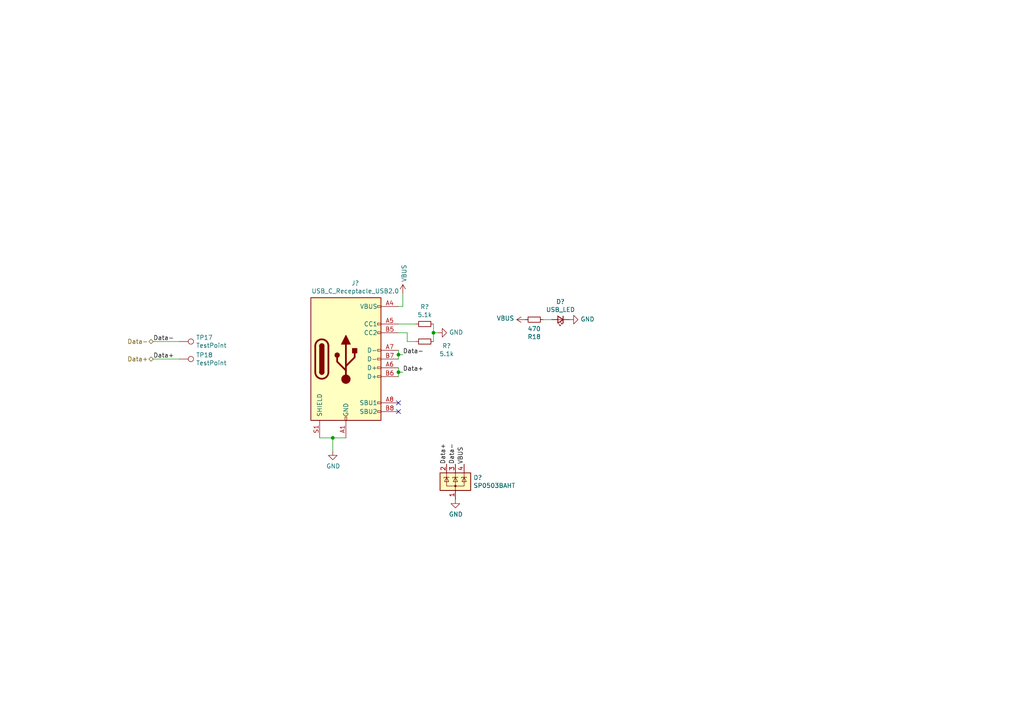
<source format=kicad_sch>
(kicad_sch (version 20211123) (generator eeschema)

  (uuid 922058ca-d09a-45fd-8394-05f3e2c1e03a)

  (paper "A4")

  (lib_symbols
    (symbol "Connector:TestPoint" (pin_numbers hide) (pin_names (offset 0.762) hide) (in_bom yes) (on_board yes)
      (property "Reference" "TP" (id 0) (at 0 6.858 0)
        (effects (font (size 1.27 1.27)))
      )
      (property "Value" "TestPoint" (id 1) (at 0 5.08 0)
        (effects (font (size 1.27 1.27)))
      )
      (property "Footprint" "" (id 2) (at 5.08 0 0)
        (effects (font (size 1.27 1.27)) hide)
      )
      (property "Datasheet" "~" (id 3) (at 5.08 0 0)
        (effects (font (size 1.27 1.27)) hide)
      )
      (property "ki_keywords" "test point tp" (id 4) (at 0 0 0)
        (effects (font (size 1.27 1.27)) hide)
      )
      (property "ki_description" "test point" (id 5) (at 0 0 0)
        (effects (font (size 1.27 1.27)) hide)
      )
      (property "ki_fp_filters" "Pin* Test*" (id 6) (at 0 0 0)
        (effects (font (size 1.27 1.27)) hide)
      )
      (symbol "TestPoint_0_1"
        (circle (center 0 3.302) (radius 0.762)
          (stroke (width 0) (type default) (color 0 0 0 0))
          (fill (type none))
        )
      )
      (symbol "TestPoint_1_1"
        (pin passive line (at 0 0 90) (length 2.54)
          (name "1" (effects (font (size 1.27 1.27))))
          (number "1" (effects (font (size 1.27 1.27))))
        )
      )
    )
    (symbol "Connector:USB_C_Receptacle_USB2.0" (pin_names (offset 1.016)) (in_bom yes) (on_board yes)
      (property "Reference" "J" (id 0) (at -10.16 19.05 0)
        (effects (font (size 1.27 1.27)) (justify left))
      )
      (property "Value" "USB_C_Receptacle_USB2.0" (id 1) (at 19.05 19.05 0)
        (effects (font (size 1.27 1.27)) (justify right))
      )
      (property "Footprint" "" (id 2) (at 3.81 0 0)
        (effects (font (size 1.27 1.27)) hide)
      )
      (property "Datasheet" "https://www.usb.org/sites/default/files/documents/usb_type-c.zip" (id 3) (at 3.81 0 0)
        (effects (font (size 1.27 1.27)) hide)
      )
      (property "ki_keywords" "usb universal serial bus type-C USB2.0" (id 4) (at 0 0 0)
        (effects (font (size 1.27 1.27)) hide)
      )
      (property "ki_description" "USB 2.0-only Type-C Receptacle connector" (id 5) (at 0 0 0)
        (effects (font (size 1.27 1.27)) hide)
      )
      (property "ki_fp_filters" "USB*C*Receptacle*" (id 6) (at 0 0 0)
        (effects (font (size 1.27 1.27)) hide)
      )
      (symbol "USB_C_Receptacle_USB2.0_0_0"
        (rectangle (start -0.254 -17.78) (end 0.254 -16.764)
          (stroke (width 0) (type default) (color 0 0 0 0))
          (fill (type none))
        )
        (rectangle (start 10.16 -14.986) (end 9.144 -15.494)
          (stroke (width 0) (type default) (color 0 0 0 0))
          (fill (type none))
        )
        (rectangle (start 10.16 -12.446) (end 9.144 -12.954)
          (stroke (width 0) (type default) (color 0 0 0 0))
          (fill (type none))
        )
        (rectangle (start 10.16 -4.826) (end 9.144 -5.334)
          (stroke (width 0) (type default) (color 0 0 0 0))
          (fill (type none))
        )
        (rectangle (start 10.16 -2.286) (end 9.144 -2.794)
          (stroke (width 0) (type default) (color 0 0 0 0))
          (fill (type none))
        )
        (rectangle (start 10.16 0.254) (end 9.144 -0.254)
          (stroke (width 0) (type default) (color 0 0 0 0))
          (fill (type none))
        )
        (rectangle (start 10.16 2.794) (end 9.144 2.286)
          (stroke (width 0) (type default) (color 0 0 0 0))
          (fill (type none))
        )
        (rectangle (start 10.16 7.874) (end 9.144 7.366)
          (stroke (width 0) (type default) (color 0 0 0 0))
          (fill (type none))
        )
        (rectangle (start 10.16 10.414) (end 9.144 9.906)
          (stroke (width 0) (type default) (color 0 0 0 0))
          (fill (type none))
        )
        (rectangle (start 10.16 15.494) (end 9.144 14.986)
          (stroke (width 0) (type default) (color 0 0 0 0))
          (fill (type none))
        )
      )
      (symbol "USB_C_Receptacle_USB2.0_0_1"
        (rectangle (start -10.16 17.78) (end 10.16 -17.78)
          (stroke (width 0.254) (type default) (color 0 0 0 0))
          (fill (type background))
        )
        (arc (start -8.89 -3.81) (mid -6.985 -5.715) (end -5.08 -3.81)
          (stroke (width 0.508) (type default) (color 0 0 0 0))
          (fill (type none))
        )
        (arc (start -7.62 -3.81) (mid -6.985 -4.445) (end -6.35 -3.81)
          (stroke (width 0.254) (type default) (color 0 0 0 0))
          (fill (type none))
        )
        (arc (start -7.62 -3.81) (mid -6.985 -4.445) (end -6.35 -3.81)
          (stroke (width 0.254) (type default) (color 0 0 0 0))
          (fill (type outline))
        )
        (rectangle (start -7.62 -3.81) (end -6.35 3.81)
          (stroke (width 0.254) (type default) (color 0 0 0 0))
          (fill (type outline))
        )
        (arc (start -6.35 3.81) (mid -6.985 4.445) (end -7.62 3.81)
          (stroke (width 0.254) (type default) (color 0 0 0 0))
          (fill (type none))
        )
        (arc (start -6.35 3.81) (mid -6.985 4.445) (end -7.62 3.81)
          (stroke (width 0.254) (type default) (color 0 0 0 0))
          (fill (type outline))
        )
        (arc (start -5.08 3.81) (mid -6.985 5.715) (end -8.89 3.81)
          (stroke (width 0.508) (type default) (color 0 0 0 0))
          (fill (type none))
        )
        (circle (center -2.54 1.143) (radius 0.635)
          (stroke (width 0.254) (type default) (color 0 0 0 0))
          (fill (type outline))
        )
        (circle (center 0 -5.842) (radius 1.27)
          (stroke (width 0) (type default) (color 0 0 0 0))
          (fill (type outline))
        )
        (polyline
          (pts
            (xy -8.89 -3.81)
            (xy -8.89 3.81)
          )
          (stroke (width 0.508) (type default) (color 0 0 0 0))
          (fill (type none))
        )
        (polyline
          (pts
            (xy -5.08 3.81)
            (xy -5.08 -3.81)
          )
          (stroke (width 0.508) (type default) (color 0 0 0 0))
          (fill (type none))
        )
        (polyline
          (pts
            (xy 0 -5.842)
            (xy 0 4.318)
          )
          (stroke (width 0.508) (type default) (color 0 0 0 0))
          (fill (type none))
        )
        (polyline
          (pts
            (xy 0 -3.302)
            (xy -2.54 -0.762)
            (xy -2.54 0.508)
          )
          (stroke (width 0.508) (type default) (color 0 0 0 0))
          (fill (type none))
        )
        (polyline
          (pts
            (xy 0 -2.032)
            (xy 2.54 0.508)
            (xy 2.54 1.778)
          )
          (stroke (width 0.508) (type default) (color 0 0 0 0))
          (fill (type none))
        )
        (polyline
          (pts
            (xy -1.27 4.318)
            (xy 0 6.858)
            (xy 1.27 4.318)
            (xy -1.27 4.318)
          )
          (stroke (width 0.254) (type default) (color 0 0 0 0))
          (fill (type outline))
        )
        (rectangle (start 1.905 1.778) (end 3.175 3.048)
          (stroke (width 0.254) (type default) (color 0 0 0 0))
          (fill (type outline))
        )
      )
      (symbol "USB_C_Receptacle_USB2.0_1_1"
        (pin passive line (at 0 -22.86 90) (length 5.08)
          (name "GND" (effects (font (size 1.27 1.27))))
          (number "A1" (effects (font (size 1.27 1.27))))
        )
        (pin passive line (at 0 -22.86 90) (length 5.08) hide
          (name "GND" (effects (font (size 1.27 1.27))))
          (number "A12" (effects (font (size 1.27 1.27))))
        )
        (pin passive line (at 15.24 15.24 180) (length 5.08)
          (name "VBUS" (effects (font (size 1.27 1.27))))
          (number "A4" (effects (font (size 1.27 1.27))))
        )
        (pin bidirectional line (at 15.24 10.16 180) (length 5.08)
          (name "CC1" (effects (font (size 1.27 1.27))))
          (number "A5" (effects (font (size 1.27 1.27))))
        )
        (pin bidirectional line (at 15.24 -2.54 180) (length 5.08)
          (name "D+" (effects (font (size 1.27 1.27))))
          (number "A6" (effects (font (size 1.27 1.27))))
        )
        (pin bidirectional line (at 15.24 2.54 180) (length 5.08)
          (name "D-" (effects (font (size 1.27 1.27))))
          (number "A7" (effects (font (size 1.27 1.27))))
        )
        (pin bidirectional line (at 15.24 -12.7 180) (length 5.08)
          (name "SBU1" (effects (font (size 1.27 1.27))))
          (number "A8" (effects (font (size 1.27 1.27))))
        )
        (pin passive line (at 15.24 15.24 180) (length 5.08) hide
          (name "VBUS" (effects (font (size 1.27 1.27))))
          (number "A9" (effects (font (size 1.27 1.27))))
        )
        (pin passive line (at 0 -22.86 90) (length 5.08) hide
          (name "GND" (effects (font (size 1.27 1.27))))
          (number "B1" (effects (font (size 1.27 1.27))))
        )
        (pin passive line (at 0 -22.86 90) (length 5.08) hide
          (name "GND" (effects (font (size 1.27 1.27))))
          (number "B12" (effects (font (size 1.27 1.27))))
        )
        (pin passive line (at 15.24 15.24 180) (length 5.08) hide
          (name "VBUS" (effects (font (size 1.27 1.27))))
          (number "B4" (effects (font (size 1.27 1.27))))
        )
        (pin bidirectional line (at 15.24 7.62 180) (length 5.08)
          (name "CC2" (effects (font (size 1.27 1.27))))
          (number "B5" (effects (font (size 1.27 1.27))))
        )
        (pin bidirectional line (at 15.24 -5.08 180) (length 5.08)
          (name "D+" (effects (font (size 1.27 1.27))))
          (number "B6" (effects (font (size 1.27 1.27))))
        )
        (pin bidirectional line (at 15.24 0 180) (length 5.08)
          (name "D-" (effects (font (size 1.27 1.27))))
          (number "B7" (effects (font (size 1.27 1.27))))
        )
        (pin bidirectional line (at 15.24 -15.24 180) (length 5.08)
          (name "SBU2" (effects (font (size 1.27 1.27))))
          (number "B8" (effects (font (size 1.27 1.27))))
        )
        (pin passive line (at 15.24 15.24 180) (length 5.08) hide
          (name "VBUS" (effects (font (size 1.27 1.27))))
          (number "B9" (effects (font (size 1.27 1.27))))
        )
        (pin passive line (at -7.62 -22.86 90) (length 5.08)
          (name "SHIELD" (effects (font (size 1.27 1.27))))
          (number "S1" (effects (font (size 1.27 1.27))))
        )
      )
    )
    (symbol "Device:LED_Small" (pin_numbers hide) (pin_names (offset 0.254) hide) (in_bom yes) (on_board yes)
      (property "Reference" "D" (id 0) (at -1.27 3.175 0)
        (effects (font (size 1.27 1.27)) (justify left))
      )
      (property "Value" "LED_Small" (id 1) (at -4.445 -2.54 0)
        (effects (font (size 1.27 1.27)) (justify left))
      )
      (property "Footprint" "" (id 2) (at 0 0 90)
        (effects (font (size 1.27 1.27)) hide)
      )
      (property "Datasheet" "~" (id 3) (at 0 0 90)
        (effects (font (size 1.27 1.27)) hide)
      )
      (property "ki_keywords" "LED diode light-emitting-diode" (id 4) (at 0 0 0)
        (effects (font (size 1.27 1.27)) hide)
      )
      (property "ki_description" "Light emitting diode, small symbol" (id 5) (at 0 0 0)
        (effects (font (size 1.27 1.27)) hide)
      )
      (property "ki_fp_filters" "LED* LED_SMD:* LED_THT:*" (id 6) (at 0 0 0)
        (effects (font (size 1.27 1.27)) hide)
      )
      (symbol "LED_Small_0_1"
        (polyline
          (pts
            (xy -0.762 -1.016)
            (xy -0.762 1.016)
          )
          (stroke (width 0.254) (type default) (color 0 0 0 0))
          (fill (type none))
        )
        (polyline
          (pts
            (xy 1.016 0)
            (xy -0.762 0)
          )
          (stroke (width 0) (type default) (color 0 0 0 0))
          (fill (type none))
        )
        (polyline
          (pts
            (xy 0.762 -1.016)
            (xy -0.762 0)
            (xy 0.762 1.016)
            (xy 0.762 -1.016)
          )
          (stroke (width 0.254) (type default) (color 0 0 0 0))
          (fill (type none))
        )
        (polyline
          (pts
            (xy 0 0.762)
            (xy -0.508 1.27)
            (xy -0.254 1.27)
            (xy -0.508 1.27)
            (xy -0.508 1.016)
          )
          (stroke (width 0) (type default) (color 0 0 0 0))
          (fill (type none))
        )
        (polyline
          (pts
            (xy 0.508 1.27)
            (xy 0 1.778)
            (xy 0.254 1.778)
            (xy 0 1.778)
            (xy 0 1.524)
          )
          (stroke (width 0) (type default) (color 0 0 0 0))
          (fill (type none))
        )
      )
      (symbol "LED_Small_1_1"
        (pin passive line (at -2.54 0 0) (length 1.778)
          (name "K" (effects (font (size 1.27 1.27))))
          (number "1" (effects (font (size 1.27 1.27))))
        )
        (pin passive line (at 2.54 0 180) (length 1.778)
          (name "A" (effects (font (size 1.27 1.27))))
          (number "2" (effects (font (size 1.27 1.27))))
        )
      )
    )
    (symbol "Device:R_Small" (pin_numbers hide) (pin_names (offset 0.254) hide) (in_bom yes) (on_board yes)
      (property "Reference" "R" (id 0) (at 0.762 0.508 0)
        (effects (font (size 1.27 1.27)) (justify left))
      )
      (property "Value" "R_Small" (id 1) (at 0.762 -1.016 0)
        (effects (font (size 1.27 1.27)) (justify left))
      )
      (property "Footprint" "" (id 2) (at 0 0 0)
        (effects (font (size 1.27 1.27)) hide)
      )
      (property "Datasheet" "~" (id 3) (at 0 0 0)
        (effects (font (size 1.27 1.27)) hide)
      )
      (property "ki_keywords" "R resistor" (id 4) (at 0 0 0)
        (effects (font (size 1.27 1.27)) hide)
      )
      (property "ki_description" "Resistor, small symbol" (id 5) (at 0 0 0)
        (effects (font (size 1.27 1.27)) hide)
      )
      (property "ki_fp_filters" "R_*" (id 6) (at 0 0 0)
        (effects (font (size 1.27 1.27)) hide)
      )
      (symbol "R_Small_0_1"
        (rectangle (start -0.762 1.778) (end 0.762 -1.778)
          (stroke (width 0.2032) (type default) (color 0 0 0 0))
          (fill (type none))
        )
      )
      (symbol "R_Small_1_1"
        (pin passive line (at 0 2.54 270) (length 0.762)
          (name "~" (effects (font (size 1.27 1.27))))
          (number "1" (effects (font (size 1.27 1.27))))
        )
        (pin passive line (at 0 -2.54 90) (length 0.762)
          (name "~" (effects (font (size 1.27 1.27))))
          (number "2" (effects (font (size 1.27 1.27))))
        )
      )
    )
    (symbol "Power_Protection:SP0503BAHT" (pin_names hide) (in_bom yes) (on_board yes)
      (property "Reference" "D" (id 0) (at 5.715 2.54 0)
        (effects (font (size 1.27 1.27)) (justify left))
      )
      (property "Value" "SP0503BAHT" (id 1) (at 5.715 0.635 0)
        (effects (font (size 1.27 1.27)) (justify left))
      )
      (property "Footprint" "Package_TO_SOT_SMD:SOT-143" (id 2) (at 5.715 -1.27 0)
        (effects (font (size 1.27 1.27)) (justify left) hide)
      )
      (property "Datasheet" "http://www.littelfuse.com/~/media/files/littelfuse/technical%20resources/documents/data%20sheets/sp05xxba.pdf" (id 3) (at 3.175 3.175 0)
        (effects (font (size 1.27 1.27)) hide)
      )
      (property "ki_keywords" "usb esd protection suppression transient" (id 4) (at 0 0 0)
        (effects (font (size 1.27 1.27)) hide)
      )
      (property "ki_description" "TVS Diode Array, 5.5V Standoff, 3 Channels, SOT-143 package" (id 5) (at 0 0 0)
        (effects (font (size 1.27 1.27)) hide)
      )
      (property "ki_fp_filters" "SOT?143*" (id 6) (at 0 0 0)
        (effects (font (size 1.27 1.27)) hide)
      )
      (symbol "SP0503BAHT_0_0"
        (pin passive line (at 0 -5.08 90) (length 2.54)
          (name "A" (effects (font (size 1.27 1.27))))
          (number "1" (effects (font (size 1.27 1.27))))
        )
      )
      (symbol "SP0503BAHT_0_1"
        (rectangle (start -4.445 2.54) (end 4.445 -2.54)
          (stroke (width 0.254) (type default) (color 0 0 0 0))
          (fill (type background))
        )
        (circle (center 0 -1.27) (radius 0.254)
          (stroke (width 0) (type default) (color 0 0 0 0))
          (fill (type outline))
        )
        (polyline
          (pts
            (xy -2.54 2.54)
            (xy -2.54 1.27)
          )
          (stroke (width 0) (type default) (color 0 0 0 0))
          (fill (type none))
        )
        (polyline
          (pts
            (xy 0 -1.27)
            (xy 0 -2.54)
          )
          (stroke (width 0) (type default) (color 0 0 0 0))
          (fill (type none))
        )
        (polyline
          (pts
            (xy 0 -1.27)
            (xy 0 1.27)
          )
          (stroke (width 0) (type default) (color 0 0 0 0))
          (fill (type none))
        )
        (polyline
          (pts
            (xy 0 2.54)
            (xy 0 1.27)
          )
          (stroke (width 0) (type default) (color 0 0 0 0))
          (fill (type none))
        )
        (polyline
          (pts
            (xy 0.635 1.27)
            (xy 0.762 1.27)
          )
          (stroke (width 0) (type default) (color 0 0 0 0))
          (fill (type none))
        )
        (polyline
          (pts
            (xy 2.54 2.54)
            (xy 2.54 1.27)
          )
          (stroke (width 0) (type default) (color 0 0 0 0))
          (fill (type none))
        )
        (polyline
          (pts
            (xy 0.635 1.27)
            (xy -0.762 1.27)
            (xy -0.762 1.016)
          )
          (stroke (width 0) (type default) (color 0 0 0 0))
          (fill (type none))
        )
        (polyline
          (pts
            (xy -3.302 1.016)
            (xy -3.302 1.27)
            (xy -1.905 1.27)
            (xy -1.778 1.27)
          )
          (stroke (width 0) (type default) (color 0 0 0 0))
          (fill (type none))
        )
        (polyline
          (pts
            (xy -2.54 1.27)
            (xy -2.54 -1.27)
            (xy 2.54 -1.27)
            (xy 2.54 1.27)
          )
          (stroke (width 0) (type default) (color 0 0 0 0))
          (fill (type none))
        )
        (polyline
          (pts
            (xy -2.54 1.27)
            (xy -1.905 0)
            (xy -3.175 0)
            (xy -2.54 1.27)
          )
          (stroke (width 0) (type default) (color 0 0 0 0))
          (fill (type none))
        )
        (polyline
          (pts
            (xy 0.635 0)
            (xy -0.635 0)
            (xy 0 1.27)
            (xy 0.635 0)
          )
          (stroke (width 0) (type default) (color 0 0 0 0))
          (fill (type none))
        )
        (polyline
          (pts
            (xy 1.778 1.016)
            (xy 1.778 1.27)
            (xy 3.175 1.27)
            (xy 3.302 1.27)
          )
          (stroke (width 0) (type default) (color 0 0 0 0))
          (fill (type none))
        )
        (polyline
          (pts
            (xy 2.54 1.27)
            (xy 1.905 0)
            (xy 3.175 0)
            (xy 2.54 1.27)
          )
          (stroke (width 0) (type default) (color 0 0 0 0))
          (fill (type none))
        )
      )
      (symbol "SP0503BAHT_1_1"
        (pin passive line (at -2.54 5.08 270) (length 2.54)
          (name "K" (effects (font (size 1.27 1.27))))
          (number "2" (effects (font (size 1.27 1.27))))
        )
        (pin passive line (at 0 5.08 270) (length 2.54)
          (name "K" (effects (font (size 1.27 1.27))))
          (number "3" (effects (font (size 1.27 1.27))))
        )
        (pin passive line (at 2.54 5.08 270) (length 2.54)
          (name "K" (effects (font (size 1.27 1.27))))
          (number "4" (effects (font (size 1.27 1.27))))
        )
      )
    )
    (symbol "power:GND" (power) (pin_names (offset 0)) (in_bom yes) (on_board yes)
      (property "Reference" "#PWR" (id 0) (at 0 -6.35 0)
        (effects (font (size 1.27 1.27)) hide)
      )
      (property "Value" "GND" (id 1) (at 0 -3.81 0)
        (effects (font (size 1.27 1.27)))
      )
      (property "Footprint" "" (id 2) (at 0 0 0)
        (effects (font (size 1.27 1.27)) hide)
      )
      (property "Datasheet" "" (id 3) (at 0 0 0)
        (effects (font (size 1.27 1.27)) hide)
      )
      (property "ki_keywords" "power-flag" (id 4) (at 0 0 0)
        (effects (font (size 1.27 1.27)) hide)
      )
      (property "ki_description" "Power symbol creates a global label with name \"GND\" , ground" (id 5) (at 0 0 0)
        (effects (font (size 1.27 1.27)) hide)
      )
      (symbol "GND_0_1"
        (polyline
          (pts
            (xy 0 0)
            (xy 0 -1.27)
            (xy 1.27 -1.27)
            (xy 0 -2.54)
            (xy -1.27 -1.27)
            (xy 0 -1.27)
          )
          (stroke (width 0) (type default) (color 0 0 0 0))
          (fill (type none))
        )
      )
      (symbol "GND_1_1"
        (pin power_in line (at 0 0 270) (length 0) hide
          (name "GND" (effects (font (size 1.27 1.27))))
          (number "1" (effects (font (size 1.27 1.27))))
        )
      )
    )
    (symbol "power:VBUS" (power) (pin_names (offset 0)) (in_bom yes) (on_board yes)
      (property "Reference" "#PWR" (id 0) (at 0 -3.81 0)
        (effects (font (size 1.27 1.27)) hide)
      )
      (property "Value" "VBUS" (id 1) (at 0 3.81 0)
        (effects (font (size 1.27 1.27)))
      )
      (property "Footprint" "" (id 2) (at 0 0 0)
        (effects (font (size 1.27 1.27)) hide)
      )
      (property "Datasheet" "" (id 3) (at 0 0 0)
        (effects (font (size 1.27 1.27)) hide)
      )
      (property "ki_keywords" "power-flag" (id 4) (at 0 0 0)
        (effects (font (size 1.27 1.27)) hide)
      )
      (property "ki_description" "Power symbol creates a global label with name \"VBUS\"" (id 5) (at 0 0 0)
        (effects (font (size 1.27 1.27)) hide)
      )
      (symbol "VBUS_0_1"
        (polyline
          (pts
            (xy -0.762 1.27)
            (xy 0 2.54)
          )
          (stroke (width 0) (type default) (color 0 0 0 0))
          (fill (type none))
        )
        (polyline
          (pts
            (xy 0 0)
            (xy 0 2.54)
          )
          (stroke (width 0) (type default) (color 0 0 0 0))
          (fill (type none))
        )
        (polyline
          (pts
            (xy 0 2.54)
            (xy 0.762 1.27)
          )
          (stroke (width 0) (type default) (color 0 0 0 0))
          (fill (type none))
        )
      )
      (symbol "VBUS_1_1"
        (pin power_in line (at 0 0 90) (length 0) hide
          (name "VBUS" (effects (font (size 1.27 1.27))))
          (number "1" (effects (font (size 1.27 1.27))))
        )
      )
    )
  )

  (junction (at 115.57 107.95) (diameter 0) (color 0 0 0 0)
    (uuid 03caada9-9e22-4e2d-9035-b15433dfbb17)
  )
  (junction (at 125.73 96.52) (diameter 0) (color 0 0 0 0)
    (uuid 0f54db53-a272-4955-88fb-d7ab00657bb0)
  )
  (junction (at 96.52 127) (diameter 0) (color 0 0 0 0)
    (uuid 6bfe5804-2ef9-4c65-b2a7-f01e4014370a)
  )
  (junction (at 115.57 102.87) (diameter 0) (color 0 0 0 0)
    (uuid 7e023245-2c2b-4e2b-bfb9-5d35176e88f2)
  )

  (no_connect (at 115.57 119.38) (uuid 45008225-f50f-4d6b-b508-6730a9408caf))
  (no_connect (at 115.57 116.84) (uuid a544eb0a-75db-4baf-bf54-9ca21744343b))

  (wire (pts (xy 115.57 96.52) (xy 118.11 96.52))
    (stroke (width 0) (type default) (color 0 0 0 0))
    (uuid 003c2200-0632-4808-a662-8ddd5d30c768)
  )
  (wire (pts (xy 44.45 104.14) (xy 52.07 104.14))
    (stroke (width 0) (type default) (color 0 0 0 0))
    (uuid 0e8f7fc0-2ef2-4b90-9c15-8a3a601ee459)
  )
  (wire (pts (xy 96.52 127) (xy 96.52 130.81))
    (stroke (width 0) (type default) (color 0 0 0 0))
    (uuid 1d9cdadc-9036-4a95-b6db-fa7b3b74c869)
  )
  (wire (pts (xy 115.57 107.95) (xy 115.57 109.22))
    (stroke (width 0) (type default) (color 0 0 0 0))
    (uuid 1f3003e6-dce5-420f-906b-3f1e92b67249)
  )
  (wire (pts (xy 118.11 96.52) (xy 118.11 99.06))
    (stroke (width 0) (type default) (color 0 0 0 0))
    (uuid 240e07e1-770b-4b27-894f-29fd601c924d)
  )
  (wire (pts (xy 160.02 92.71) (xy 157.48 92.71))
    (stroke (width 0) (type default) (color 0 0 0 0))
    (uuid 2e842263-c0ba-46fd-a760-6624d4c78278)
  )
  (wire (pts (xy 115.57 102.87) (xy 115.57 101.6))
    (stroke (width 0) (type default) (color 0 0 0 0))
    (uuid 40165eda-4ba6-4565-9bb4-b9df6dbb08da)
  )
  (wire (pts (xy 115.57 102.87) (xy 116.84 102.87))
    (stroke (width 0) (type default) (color 0 0 0 0))
    (uuid 4780a290-d25c-4459-9579-eba3f7678762)
  )
  (wire (pts (xy 116.84 85.09) (xy 116.84 88.9))
    (stroke (width 0) (type default) (color 0 0 0 0))
    (uuid 4a21e717-d46d-4d9e-8b98-af4ecb02d3ec)
  )
  (wire (pts (xy 125.73 93.98) (xy 125.73 96.52))
    (stroke (width 0) (type default) (color 0 0 0 0))
    (uuid 80094b70-85ab-4ff6-934b-60d5ee65023a)
  )
  (wire (pts (xy 92.71 127) (xy 96.52 127))
    (stroke (width 0) (type default) (color 0 0 0 0))
    (uuid 8c6a821f-8e19-48f3-8f44-9b340f7689bc)
  )
  (wire (pts (xy 115.57 93.98) (xy 120.65 93.98))
    (stroke (width 0) (type default) (color 0 0 0 0))
    (uuid b88717bd-086f-46cd-9d3f-0396009d0996)
  )
  (wire (pts (xy 125.73 99.06) (xy 125.73 96.52))
    (stroke (width 0) (type default) (color 0 0 0 0))
    (uuid bfc0aadc-38cf-466e-a642-68fdc3138c78)
  )
  (wire (pts (xy 96.52 127) (xy 100.33 127))
    (stroke (width 0) (type default) (color 0 0 0 0))
    (uuid c0eca5ed-bc5e-4618-9bcd-80945bea41ed)
  )
  (wire (pts (xy 125.73 96.52) (xy 127 96.52))
    (stroke (width 0) (type default) (color 0 0 0 0))
    (uuid d4a1d3c4-b315-4bec-9220-d12a9eab51e0)
  )
  (wire (pts (xy 115.57 106.68) (xy 115.57 107.95))
    (stroke (width 0) (type default) (color 0 0 0 0))
    (uuid d7269d2a-b8c0-422d-8f25-f79ea31bf75e)
  )
  (wire (pts (xy 115.57 104.14) (xy 115.57 102.87))
    (stroke (width 0) (type default) (color 0 0 0 0))
    (uuid df68c26a-03b5-4466-aecf-ba34b7dce6b7)
  )
  (wire (pts (xy 115.57 107.95) (xy 116.84 107.95))
    (stroke (width 0) (type default) (color 0 0 0 0))
    (uuid e8c50f1b-c316-4110-9cce-5c24c65a1eaa)
  )
  (wire (pts (xy 116.84 88.9) (xy 115.57 88.9))
    (stroke (width 0) (type default) (color 0 0 0 0))
    (uuid ec31c074-17b2-48e1-ab01-071acad3fa04)
  )
  (wire (pts (xy 118.11 99.06) (xy 120.65 99.06))
    (stroke (width 0) (type default) (color 0 0 0 0))
    (uuid f2c93195-af12-4d3e-acdf-bdd0ff675c24)
  )
  (wire (pts (xy 44.45 99.06) (xy 52.07 99.06))
    (stroke (width 0) (type default) (color 0 0 0 0))
    (uuid feb26ecb-9193-46ea-a41b-d09305bf0a3e)
  )

  (label "Data+" (at 129.54 134.62 90)
    (effects (font (size 1.27 1.27)) (justify left bottom))
    (uuid 1e98e036-6b66-42ac-aad2-c3f07d659510)
  )
  (label "Data+" (at 44.45 104.14 0)
    (effects (font (size 1.27 1.27)) (justify left bottom))
    (uuid 382ca670-6ae8-4de6-90f9-f241d1337171)
  )
  (label "Data-" (at 132.08 134.62 90)
    (effects (font (size 1.27 1.27)) (justify left bottom))
    (uuid 45e0614f-7989-4997-8ee9-58bfeb0e80a7)
  )
  (label "Data-" (at 44.45 99.06 0)
    (effects (font (size 1.27 1.27)) (justify left bottom))
    (uuid 5cf2db29-f7ab-499a-9907-cdeba64bf0f3)
  )
  (label "Data-" (at 116.84 102.87 0)
    (effects (font (size 1.27 1.27)) (justify left bottom))
    (uuid 8e06ba1f-e3ba-4eb9-a10e-887dffd566d6)
  )
  (label "Data+" (at 116.84 107.95 0)
    (effects (font (size 1.27 1.27)) (justify left bottom))
    (uuid babeabf2-f3b0-4ed5-8d9e-0215947e6cf3)
  )
  (label "VBUS" (at 134.62 134.62 90)
    (effects (font (size 1.27 1.27)) (justify left bottom))
    (uuid be977b10-5110-4fc7-bbd4-e56698801041)
  )

  (hierarchical_label "Data-" (shape bidirectional) (at 44.45 99.06 180)
    (effects (font (size 1.27 1.27)) (justify right))
    (uuid 5e57427e-6497-4e72-9cee-528ed39f40d0)
  )
  (hierarchical_label "Data+" (shape bidirectional) (at 44.45 104.14 180)
    (effects (font (size 1.27 1.27)) (justify right))
    (uuid be93e0c8-bb26-4a74-81a2-7764bd37cad9)
  )

  (symbol (lib_id "power:GND") (at 127 96.52 90) (unit 1)
    (in_bom yes) (on_board yes)
    (uuid 00000000-0000-0000-0000-000061988bf8)
    (property "Reference" "#PWR037" (id 0) (at 133.35 96.52 0)
      (effects (font (size 1.27 1.27)) hide)
    )
    (property "Value" "GND" (id 1) (at 130.2512 96.393 90)
      (effects (font (size 1.27 1.27)) (justify right))
    )
    (property "Footprint" "" (id 2) (at 127 96.52 0)
      (effects (font (size 1.27 1.27)) hide)
    )
    (property "Datasheet" "" (id 3) (at 127 96.52 0)
      (effects (font (size 1.27 1.27)) hide)
    )
    (pin "1" (uuid 6802d67a-ee6e-45f4-b9c7-e19435a0f2f8))
  )

  (symbol (lib_id "Device:R_Small") (at 123.19 99.06 270) (unit 1)
    (in_bom yes) (on_board yes)
    (uuid 00000000-0000-0000-0000-000061988c01)
    (property "Reference" "R12" (id 0) (at 129.54 100.33 90))
    (property "Value" "5.1k" (id 1) (at 129.54 102.6414 90))
    (property "Footprint" "Resistor_SMD:R_0402_1005Metric" (id 2) (at 123.19 99.06 0)
      (effects (font (size 1.27 1.27)) hide)
    )
    (property "Datasheet" "~" (id 3) (at 123.19 99.06 0)
      (effects (font (size 1.27 1.27)) hide)
    )
    (pin "1" (uuid a195a069-0faa-4981-91ff-f988ecfdd77e))
    (pin "2" (uuid bff175d8-2e40-4e60-8883-cfa3ac53a5f9))
  )

  (symbol (lib_id "Device:R_Small") (at 123.19 93.98 90) (unit 1)
    (in_bom yes) (on_board yes)
    (uuid 00000000-0000-0000-0000-000061988c0e)
    (property "Reference" "R11" (id 0) (at 123.19 89.0016 90))
    (property "Value" "5.1k" (id 1) (at 123.19 91.313 90))
    (property "Footprint" "Resistor_SMD:R_0402_1005Metric" (id 2) (at 123.19 93.98 0)
      (effects (font (size 1.27 1.27)) hide)
    )
    (property "Datasheet" "~" (id 3) (at 123.19 93.98 0)
      (effects (font (size 1.27 1.27)) hide)
    )
    (pin "1" (uuid bd5f556a-4125-4eb1-8fdd-d6ccdcc942e7))
    (pin "2" (uuid 03eee002-78af-410b-bdc3-31147203b477))
  )

  (symbol (lib_id "power:GND") (at 96.52 130.81 0) (unit 1)
    (in_bom yes) (on_board yes)
    (uuid 00000000-0000-0000-0000-000061988c18)
    (property "Reference" "#PWR035" (id 0) (at 96.52 137.16 0)
      (effects (font (size 1.27 1.27)) hide)
    )
    (property "Value" "GND" (id 1) (at 96.647 135.2042 0))
    (property "Footprint" "" (id 2) (at 96.52 130.81 0)
      (effects (font (size 1.27 1.27)) hide)
    )
    (property "Datasheet" "" (id 3) (at 96.52 130.81 0)
      (effects (font (size 1.27 1.27)) hide)
    )
    (pin "1" (uuid f6e4e2ae-07f3-455f-b6fc-3773751223c6))
  )

  (symbol (lib_id "Connector:USB_C_Receptacle_USB2.0") (at 100.33 104.14 0) (unit 1)
    (in_bom yes) (on_board yes)
    (uuid 00000000-0000-0000-0000-000061988c49)
    (property "Reference" "J5" (id 0) (at 103.0478 82.1182 0))
    (property "Value" "USB_C_Receptacle_USB2.0" (id 1) (at 103.0478 84.4296 0))
    (property "Footprint" "Connector_USB:USB_C_Receptacle_GCT_USB4085" (id 2) (at 104.14 104.14 0)
      (effects (font (size 1.27 1.27)) hide)
    )
    (property "Datasheet" "https://www.usb.org/sites/default/files/documents/usb_type-c.zip" (id 3) (at 104.14 104.14 0)
      (effects (font (size 1.27 1.27)) hide)
    )
    (pin "A1" (uuid 5da18ec0-5cb2-4256-a93a-97116d94ad32))
    (pin "A12" (uuid df436811-5448-4d74-95f6-1097f73f4bc0))
    (pin "A4" (uuid fef18650-dd11-4c05-9f58-3ffa4be45c86))
    (pin "A5" (uuid 8a70f7a2-410c-49ef-b503-8b1e1540fd24))
    (pin "A6" (uuid 6b38a2cb-3ee6-43f1-b68d-89417f55e93d))
    (pin "A7" (uuid 179297eb-b0e7-45fd-a287-ed66c1d54369))
    (pin "A8" (uuid 86d2ee54-3450-4762-9b5e-6f00874208ab))
    (pin "A9" (uuid 3ee40b9e-0c79-4da3-aac2-6772b878c7a1))
    (pin "B1" (uuid b17b9371-c308-4294-bc83-2336571086d8))
    (pin "B12" (uuid 05dfa5dc-1e0b-48cf-837a-6693f652862f))
    (pin "B4" (uuid 8ab80e85-892c-44f2-9372-db31da5605c7))
    (pin "B5" (uuid 4212f135-7601-4f04-8373-864367f18283))
    (pin "B6" (uuid 719eeed5-1e5a-4fe3-9e3b-cc0ac3ff134d))
    (pin "B7" (uuid e412952a-b3b1-4627-a2a7-eda652f1cf2f))
    (pin "B8" (uuid 101f6627-744c-4d06-a231-befd35fdcec4))
    (pin "B9" (uuid eb352eb8-26ef-4370-9852-1313b28e524f))
    (pin "S1" (uuid 7b836b8f-e2f7-4a02-aaea-5f5f23bb6c5e))
  )

  (symbol (lib_id "power:GND") (at 132.08 144.78 0) (unit 1)
    (in_bom yes) (on_board yes)
    (uuid 00000000-0000-0000-0000-000061988c86)
    (property "Reference" "#PWR038" (id 0) (at 132.08 151.13 0)
      (effects (font (size 1.27 1.27)) hide)
    )
    (property "Value" "GND" (id 1) (at 132.207 149.1742 0))
    (property "Footprint" "" (id 2) (at 132.08 144.78 0)
      (effects (font (size 1.27 1.27)) hide)
    )
    (property "Datasheet" "" (id 3) (at 132.08 144.78 0)
      (effects (font (size 1.27 1.27)) hide)
    )
    (pin "1" (uuid 5adfa564-011e-4a12-8859-deffc2a0e089))
  )

  (symbol (lib_id "Power_Protection:SP0503BAHT") (at 132.08 139.7 0) (unit 1)
    (in_bom yes) (on_board yes)
    (uuid 00000000-0000-0000-0000-000061988c8c)
    (property "Reference" "D2" (id 0) (at 137.287 138.5316 0)
      (effects (font (size 1.27 1.27)) (justify left))
    )
    (property "Value" "SP0503BAHT" (id 1) (at 137.287 140.843 0)
      (effects (font (size 1.27 1.27)) (justify left))
    )
    (property "Footprint" "Package_TO_SOT_SMD:SOT-143" (id 2) (at 137.795 140.97 0)
      (effects (font (size 1.27 1.27)) (justify left) hide)
    )
    (property "Datasheet" "http://www.littelfuse.com/~/media/files/littelfuse/technical%20resources/documents/data%20sheets/sp05xxba.pdf" (id 3) (at 135.255 136.525 0)
      (effects (font (size 1.27 1.27)) hide)
    )
    (pin "1" (uuid b16ad922-69c7-4388-ba9b-9ae496370662))
    (pin "2" (uuid ea715aef-f1f5-4c34-b781-7c4bc7bf5f7a))
    (pin "3" (uuid 7af148fc-3a03-4951-af30-8468348243a1))
    (pin "4" (uuid e99c92ed-a3d1-4b5e-9be9-ad8c1c3e2068))
  )

  (symbol (lib_id "power:VBUS") (at 116.84 85.09 0) (unit 1)
    (in_bom yes) (on_board yes)
    (uuid 00000000-0000-0000-0000-000061a236c4)
    (property "Reference" "#PWR036" (id 0) (at 116.84 88.9 0)
      (effects (font (size 1.27 1.27)) hide)
    )
    (property "Value" "VBUS" (id 1) (at 117.221 81.8388 90)
      (effects (font (size 1.27 1.27)) (justify left))
    )
    (property "Footprint" "" (id 2) (at 116.84 85.09 0)
      (effects (font (size 1.27 1.27)) hide)
    )
    (property "Datasheet" "" (id 3) (at 116.84 85.09 0)
      (effects (font (size 1.27 1.27)) hide)
    )
    (pin "1" (uuid 9aa99eb0-7cee-4396-b81d-a9612075f311))
  )

  (symbol (lib_id "Connector:TestPoint") (at 52.07 99.06 270) (unit 1)
    (in_bom yes) (on_board yes)
    (uuid 00000000-0000-0000-0000-000061ab7cb8)
    (property "Reference" "TP1" (id 0) (at 56.8452 97.8916 90)
      (effects (font (size 1.27 1.27)) (justify left))
    )
    (property "Value" "TestPoint" (id 1) (at 56.8452 100.203 90)
      (effects (font (size 1.27 1.27)) (justify left))
    )
    (property "Footprint" "TestPoint:TestPoint_Pad_D1.0mm" (id 2) (at 52.07 104.14 0)
      (effects (font (size 1.27 1.27)) hide)
    )
    (property "Datasheet" "~" (id 3) (at 52.07 104.14 0)
      (effects (font (size 1.27 1.27)) hide)
    )
    (pin "1" (uuid 7d1b7618-f8de-4b3d-aa8b-046586bd73a9))
  )

  (symbol (lib_id "Connector:TestPoint") (at 52.07 104.14 270) (unit 1)
    (in_bom yes) (on_board yes)
    (uuid 00000000-0000-0000-0000-000061ab87f3)
    (property "Reference" "TP2" (id 0) (at 56.8452 102.9716 90)
      (effects (font (size 1.27 1.27)) (justify left))
    )
    (property "Value" "TestPoint" (id 1) (at 56.8452 105.283 90)
      (effects (font (size 1.27 1.27)) (justify left))
    )
    (property "Footprint" "TestPoint:TestPoint_Pad_D1.0mm" (id 2) (at 52.07 109.22 0)
      (effects (font (size 1.27 1.27)) hide)
    )
    (property "Datasheet" "~" (id 3) (at 52.07 109.22 0)
      (effects (font (size 1.27 1.27)) hide)
    )
    (pin "1" (uuid 0822c170-c52f-4a24-9f2e-dc0082caf2a3))
  )

  (symbol (lib_id "Device:LED_Small") (at 162.56 92.71 180) (unit 1)
    (in_bom yes) (on_board yes)
    (uuid 00000000-0000-0000-0000-000061b104ea)
    (property "Reference" "USBLED1" (id 0) (at 162.56 87.503 0))
    (property "Value" "USB_LED" (id 1) (at 162.56 89.8144 0))
    (property "Footprint" "LED_SMD:LED_0402_1005Metric" (id 2) (at 162.56 92.71 90)
      (effects (font (size 1.27 1.27)) hide)
    )
    (property "Datasheet" "~" (id 3) (at 162.56 92.71 90)
      (effects (font (size 1.27 1.27)) hide)
    )
    (pin "1" (uuid 20ca0658-c4e7-42ce-914a-2110088b99b1))
    (pin "2" (uuid cfddbd95-bad4-4676-b489-0166e48bd76e))
  )

  (symbol (lib_id "Device:R_Small") (at 154.94 92.71 90) (unit 1)
    (in_bom yes) (on_board yes)
    (uuid 00000000-0000-0000-0000-000061b104f0)
    (property "Reference" "R13" (id 0) (at 154.94 97.6884 90))
    (property "Value" "470" (id 1) (at 154.94 95.377 90))
    (property "Footprint" "Resistor_SMD:R_0402_1005Metric" (id 2) (at 154.94 92.71 0)
      (effects (font (size 1.27 1.27)) hide)
    )
    (property "Datasheet" "~" (id 3) (at 154.94 92.71 0)
      (effects (font (size 1.27 1.27)) hide)
    )
    (pin "1" (uuid 169e505d-4353-45cb-ac09-71767071f6da))
    (pin "2" (uuid 658fe9ab-a4e5-4dbe-b15c-2b71b08637ef))
  )

  (symbol (lib_id "power:GND") (at 165.1 92.71 90) (unit 1)
    (in_bom yes) (on_board yes)
    (uuid 00000000-0000-0000-0000-000061b11f2f)
    (property "Reference" "#PWR040" (id 0) (at 171.45 92.71 0)
      (effects (font (size 1.27 1.27)) hide)
    )
    (property "Value" "GND" (id 1) (at 168.3512 92.583 90)
      (effects (font (size 1.27 1.27)) (justify right))
    )
    (property "Footprint" "" (id 2) (at 165.1 92.71 0)
      (effects (font (size 1.27 1.27)) hide)
    )
    (property "Datasheet" "" (id 3) (at 165.1 92.71 0)
      (effects (font (size 1.27 1.27)) hide)
    )
    (pin "1" (uuid 7d7486ae-aeaa-4bbe-ab12-2142f8812c98))
  )

  (symbol (lib_id "power:VBUS") (at 152.4 92.71 90) (unit 1)
    (in_bom yes) (on_board yes)
    (uuid 00000000-0000-0000-0000-000061b168a6)
    (property "Reference" "#PWR039" (id 0) (at 156.21 92.71 0)
      (effects (font (size 1.27 1.27)) hide)
    )
    (property "Value" "VBUS" (id 1) (at 149.1488 92.329 90)
      (effects (font (size 1.27 1.27)) (justify left))
    )
    (property "Footprint" "" (id 2) (at 152.4 92.71 0)
      (effects (font (size 1.27 1.27)) hide)
    )
    (property "Datasheet" "" (id 3) (at 152.4 92.71 0)
      (effects (font (size 1.27 1.27)) hide)
    )
    (pin "1" (uuid af236b67-2378-48e2-b559-027c97a398ae))
  )

  (sheet_instances
    (path "/" (page "1"))
  )

  (symbol_instances
    (path "/00000000-0000-0000-0000-0000619952da"
      (reference "#PWR0122") (unit 1) (value "GND") (footprint "")
    )
    (path "/00000000-0000-0000-0000-000061996cda"
      (reference "#PWR0123") (unit 1) (value "VBUS") (footprint "")
    )
    (path "/00000000-0000-0000-0000-000061a236c4"
      (reference "#PWR0124") (unit 1) (value "VBUS") (footprint "")
    )
    (path "/00000000-0000-0000-0000-000061a3a0e4"
      (reference "#PWR0125") (unit 1) (value "GND") (footprint "")
    )
    (path "/00000000-0000-0000-0000-000061a46d5f"
      (reference "#PWR0126") (unit 1) (value "VBUS") (footprint "")
    )
    (path "/00000000-0000-0000-0000-000061b168a6"
      (reference "#PWR0129") (unit 1) (value "VBUS") (footprint "")
    )
    (path "/00000000-0000-0000-0000-000061988bf8"
      (reference "#PWR?") (unit 1) (value "GND") (footprint "")
    )
    (path "/00000000-0000-0000-0000-000061988c18"
      (reference "#PWR?") (unit 1) (value "GND") (footprint "")
    )
    (path "/00000000-0000-0000-0000-000061988c86"
      (reference "#PWR?") (unit 1) (value "GND") (footprint "")
    )
    (path "/00000000-0000-0000-0000-000061a9124d"
      (reference "#PWR?") (unit 1) (value "+3.3V") (footprint "")
    )
    (path "/00000000-0000-0000-0000-000061b11f2f"
      (reference "#PWR?") (unit 1) (value "GND") (footprint "")
    )
    (path "/00000000-0000-0000-0000-000061aa4224"
      (reference "C7") (unit 1) (value "4.7uF") (footprint "Capacitor_SMD:CP_Elec_3x5.3")
    )
    (path "/00000000-0000-0000-0000-000061a28787"
      (reference "C8") (unit 1) (value "1.0uF") (footprint "Capacitor_SMD:C_0603_1608Metric")
    )
    (path "/00000000-0000-0000-0000-000061aa33a7"
      (reference "C9") (unit 1) (value "0.1uF") (footprint "Capacitor_SMD:C_0603_1608Metric")
    )
    (path "/00000000-0000-0000-0000-000061a2a124"
      (reference "C10") (unit 1) (value "0.1uF") (footprint "Capacitor_SMD:C_0603_1608Metric")
    )
    (path "/00000000-0000-0000-0000-000061e1c0d8"
      (reference "D10") (unit 1) (value "D_Small") (footprint "Diode_SMD:D_0805_2012Metric_Castellated")
    )
    (path "/00000000-0000-0000-0000-000061988c8c"
      (reference "D?") (unit 1) (value "SP0503BAHT") (footprint "Package_TO_SOT_SMD:SOT-143")
    )
    (path "/00000000-0000-0000-0000-000061b104ea"
      (reference "D?") (unit 1) (value "USB_LED") (footprint "LED_SMD:LED_0603_1608Metric_Castellated")
    )
    (path "/00000000-0000-0000-0000-000061988c49"
      (reference "J?") (unit 1) (value "USB_C_Receptacle_USB2.0") (footprint "Connector_USB:USB_C_Receptacle_GCT_USB4085")
    )
    (path "/00000000-0000-0000-0000-000061a58884"
      (reference "R17") (unit 1) (value "4.7k") (footprint "Resistor_SMD:R_0603_1608Metric")
    )
    (path "/00000000-0000-0000-0000-000061b104f0"
      (reference "R18") (unit 1) (value "470") (footprint "Resistor_SMD:R_0603_1608Metric")
    )
    (path "/00000000-0000-0000-0000-000061988c01"
      (reference "R?") (unit 1) (value "5.1k") (footprint "Resistor_SMD:R_0603_1608Metric")
    )
    (path "/00000000-0000-0000-0000-000061988c0e"
      (reference "R?") (unit 1) (value "5.1k") (footprint "Resistor_SMD:R_0603_1608Metric")
    )
    (path "/00000000-0000-0000-0000-000061ab7cb8"
      (reference "TP17") (unit 1) (value "TestPoint") (footprint "TestPoint:TestPoint_THTPad_1.0x1.0mm_Drill0.5mm")
    )
    (path "/00000000-0000-0000-0000-000061ab87f3"
      (reference "TP18") (unit 1) (value "TestPoint") (footprint "TestPoint:TestPoint_THTPad_1.0x1.0mm_Drill0.5mm")
    )
    (path "/00000000-0000-0000-0000-000061ab9568"
      (reference "TP19") (unit 1) (value "TestPoint") (footprint "TestPoint:TestPoint_THTPad_1.0x1.0mm_Drill0.5mm")
    )
    (path "/00000000-0000-0000-0000-00006198efbf"
      (reference "U3") (unit 1) (value "INTERFACE-CP2102-GMR(QFN28)") (footprint "iclr:QFN28G_0.5-5X5MM")
    )
  )
)

</source>
